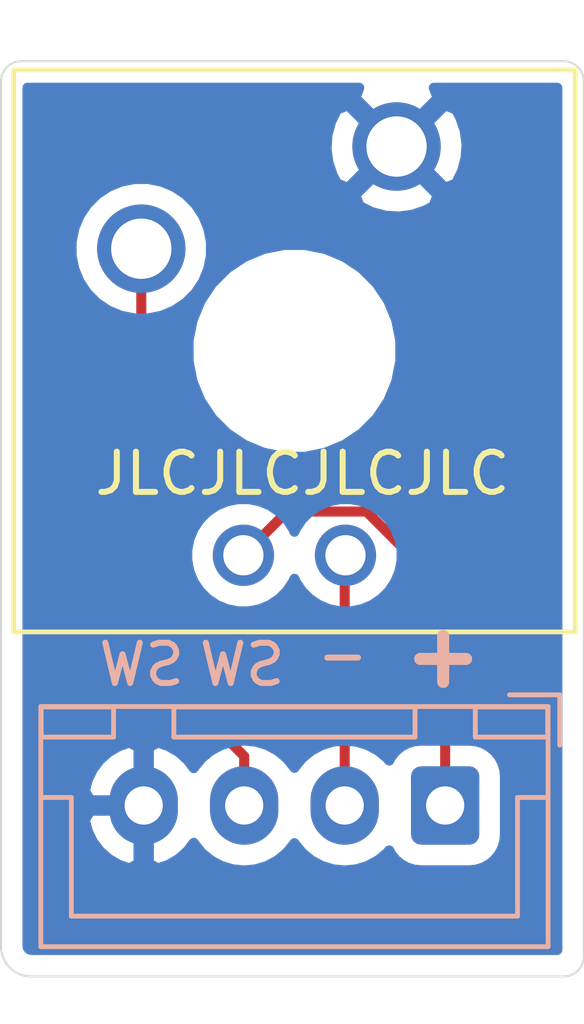
<source format=kicad_pcb>
(kicad_pcb (version 20171130) (host pcbnew "(5.1.5)-3")

  (general
    (thickness 1.6)
    (drawings 13)
    (tracks 11)
    (zones 0)
    (modules 2)
    (nets 5)
  )

  (page A4)
  (layers
    (0 F.Cu signal)
    (31 B.Cu signal)
    (32 B.Adhes user)
    (33 F.Adhes user)
    (34 B.Paste user)
    (35 F.Paste user)
    (36 B.SilkS user)
    (37 F.SilkS user)
    (38 B.Mask user)
    (39 F.Mask user)
    (40 Dwgs.User user)
    (41 Cmts.User user)
    (42 Eco1.User user)
    (43 Eco2.User user)
    (44 Edge.Cuts user)
    (45 Margin user)
    (46 B.CrtYd user)
    (47 F.CrtYd user)
    (48 B.Fab user)
    (49 F.Fab user)
  )

  (setup
    (last_trace_width 0.25)
    (trace_clearance 0.2)
    (zone_clearance 0.508)
    (zone_45_only no)
    (trace_min 0.2)
    (via_size 0.8)
    (via_drill 0.4)
    (via_min_size 0.4)
    (via_min_drill 0.3)
    (uvia_size 0.3)
    (uvia_drill 0.1)
    (uvias_allowed no)
    (uvia_min_size 0.2)
    (uvia_min_drill 0.1)
    (edge_width 0.05)
    (segment_width 0.2)
    (pcb_text_width 0.3)
    (pcb_text_size 1.5 1.5)
    (mod_edge_width 0.12)
    (mod_text_size 1 1)
    (mod_text_width 0.15)
    (pad_size 1.524 1.524)
    (pad_drill 0.762)
    (pad_to_mask_clearance 0.051)
    (solder_mask_min_width 0.25)
    (aux_axis_origin 0 0)
    (visible_elements 7FFFFFFF)
    (pcbplotparams
      (layerselection 0x010fc_ffffffff)
      (usegerberextensions false)
      (usegerberattributes false)
      (usegerberadvancedattributes false)
      (creategerberjobfile false)
      (excludeedgelayer true)
      (linewidth 0.100000)
      (plotframeref false)
      (viasonmask false)
      (mode 1)
      (useauxorigin false)
      (hpglpennumber 1)
      (hpglpenspeed 20)
      (hpglpendiameter 15.000000)
      (psnegative false)
      (psa4output false)
      (plotreference true)
      (plotvalue true)
      (plotinvisibletext false)
      (padsonsilk false)
      (subtractmaskfromsilk false)
      (outputformat 1)
      (mirror false)
      (drillshape 0)
      (scaleselection 1)
      (outputdirectory "gerber/"))
  )

  (net 0 "")
  (net 1 "Net-(J1-Pad1)")
  (net 2 "Net-(J1-Pad2)")
  (net 3 "Net-(J1-Pad3)")
  (net 4 "Net-(J1-Pad4)")

  (net_class Default "This is the default net class."
    (clearance 0.2)
    (trace_width 0.25)
    (via_dia 0.8)
    (via_drill 0.4)
    (uvia_dia 0.3)
    (uvia_drill 0.1)
    (add_net "Net-(J1-Pad1)")
    (add_net "Net-(J1-Pad2)")
    (add_net "Net-(J1-Pad3)")
    (add_net "Net-(J1-Pad4)")
  )

  (module Button_Switch_Keyboard:SW_Cherry_MX_1.00u_Plate_LED (layer F.Cu) (tedit 5FC948FE) (tstamp 5FC94B7B)
    (at 35.840001 27.620001)
    (descr "Cherry MX keyswitch, 1.00u, plate mount, http://cherryamericas.com/wp-content/uploads/2014/12/mx_cat.pdf")
    (tags "Cherry MX keyswitch 1.00u plate")
    (path /5FE952A0)
    (fp_text reference J2 (at -2.54 -2.794) (layer F.SilkS) hide
      (effects (font (size 1 1) (thickness 0.15)))
    )
    (fp_text value Conn_01x04_Male (at -2.54 12.954) (layer F.Fab)
      (effects (font (size 1 1) (thickness 0.15)))
    )
    (fp_text user %R (at -2.54 -2.794) (layer F.Fab)
      (effects (font (size 1 1) (thickness 0.15)))
    )
    (fp_line (start -8.89 -1.27) (end 3.81 -1.27) (layer F.Fab) (width 0.1))
    (fp_line (start 3.81 -1.27) (end 3.81 11.43) (layer F.Fab) (width 0.1))
    (fp_line (start 3.81 11.43) (end -8.89 11.43) (layer F.Fab) (width 0.1))
    (fp_line (start -8.89 11.43) (end -8.89 -1.27) (layer F.Fab) (width 0.1))
    (fp_line (start -9.14 11.68) (end -9.14 -1.52) (layer F.CrtYd) (width 0.05))
    (fp_line (start 4.06 11.68) (end -9.14 11.68) (layer F.CrtYd) (width 0.05))
    (fp_line (start 4.06 -1.52) (end 4.06 11.68) (layer F.CrtYd) (width 0.05))
    (fp_line (start -9.14 -1.52) (end 4.06 -1.52) (layer F.CrtYd) (width 0.05))
    (fp_line (start -9.525 -1.905) (end 4.445 -1.905) (layer F.SilkS) (width 0.12))
    (fp_line (start 4.445 -1.905) (end 4.445 12.065) (layer F.SilkS) (width 0.12))
    (fp_line (start 4.445 12.065) (end -9.525 12.065) (layer F.SilkS) (width 0.12))
    (fp_line (start -9.525 12.065) (end -9.525 -1.905) (layer F.SilkS) (width 0.12))
    (pad 1 thru_hole circle (at 0 0) (size 2.2 2.2) (drill 1.5) (layers *.Cu *.Mask)
      (net 4 "Net-(J1-Pad4)"))
    (pad 2 thru_hole circle (at -6.35 2.54) (size 2.2 2.2) (drill 1.5) (layers *.Cu *.Mask)
      (net 3 "Net-(J1-Pad3)"))
    (pad "" np_thru_hole circle (at -2.54 5.08) (size 4 4) (drill 4) (layers *.Cu *.Mask))
    (pad 3 thru_hole circle (at -1.27 10.16) (size 1.524 1.524) (drill 1) (layers *.Cu *.Mask)
      (net 2 "Net-(J1-Pad2)"))
    (pad 4 thru_hole circle (at -3.81 10.16) (size 1.524 1.524) (drill 1) (layers *.Cu *.Mask)
      (net 1 "Net-(J1-Pad1)"))
    (model ${KISYS3DMOD}/Button_Switch_Keyboard.3dshapes/SW_Cherry_MX_1.00u_Plate.wrl
      (at (xyz 0 0 0))
      (scale (xyz 1 1 1))
      (rotate (xyz 0 0 0))
    )
    (model "${KISYS3DMOD}/Custom.3dshapes/MX  v2.step"
      (offset (xyz 4.8 2.3 5.5))
      (scale (xyz 1 1 1))
      (rotate (xyz -90 0 180))
    )
  )

  (module Connector_JST:JST_XH_B4B-XH-A_1x04_P2.50mm_Vertical (layer B.Cu) (tedit 5C28146C) (tstamp 5FC94B61)
    (at 37.050001 44 180)
    (descr "JST XH series connector, B4B-XH-A (http://www.jst-mfg.com/product/pdf/eng/eXH.pdf), generated with kicad-footprint-generator")
    (tags "connector JST XH vertical")
    (path /5FE8EB56)
    (fp_text reference J1 (at 3.75 3.55) (layer B.SilkS) hide
      (effects (font (size 1 1) (thickness 0.15)) (justify mirror))
    )
    (fp_text value Conn_01x04_Male (at 3.75 -4.6) (layer B.Fab)
      (effects (font (size 1 1) (thickness 0.15)) (justify mirror))
    )
    (fp_line (start -2.45 2.35) (end -2.45 -3.4) (layer B.Fab) (width 0.1))
    (fp_line (start -2.45 -3.4) (end 9.95 -3.4) (layer B.Fab) (width 0.1))
    (fp_line (start 9.95 -3.4) (end 9.95 2.35) (layer B.Fab) (width 0.1))
    (fp_line (start 9.95 2.35) (end -2.45 2.35) (layer B.Fab) (width 0.1))
    (fp_line (start -2.56 2.46) (end -2.56 -3.51) (layer B.SilkS) (width 0.12))
    (fp_line (start -2.56 -3.51) (end 10.06 -3.51) (layer B.SilkS) (width 0.12))
    (fp_line (start 10.06 -3.51) (end 10.06 2.46) (layer B.SilkS) (width 0.12))
    (fp_line (start 10.06 2.46) (end -2.56 2.46) (layer B.SilkS) (width 0.12))
    (fp_line (start -2.95 2.85) (end -2.95 -3.9) (layer B.CrtYd) (width 0.05))
    (fp_line (start -2.95 -3.9) (end 10.45 -3.9) (layer B.CrtYd) (width 0.05))
    (fp_line (start 10.45 -3.9) (end 10.45 2.85) (layer B.CrtYd) (width 0.05))
    (fp_line (start 10.45 2.85) (end -2.95 2.85) (layer B.CrtYd) (width 0.05))
    (fp_line (start -0.625 2.35) (end 0 1.35) (layer B.Fab) (width 0.1))
    (fp_line (start 0 1.35) (end 0.625 2.35) (layer B.Fab) (width 0.1))
    (fp_line (start 0.75 2.45) (end 0.75 1.7) (layer B.SilkS) (width 0.12))
    (fp_line (start 0.75 1.7) (end 6.75 1.7) (layer B.SilkS) (width 0.12))
    (fp_line (start 6.75 1.7) (end 6.75 2.45) (layer B.SilkS) (width 0.12))
    (fp_line (start 6.75 2.45) (end 0.75 2.45) (layer B.SilkS) (width 0.12))
    (fp_line (start -2.55 2.45) (end -2.55 1.7) (layer B.SilkS) (width 0.12))
    (fp_line (start -2.55 1.7) (end -0.75 1.7) (layer B.SilkS) (width 0.12))
    (fp_line (start -0.75 1.7) (end -0.75 2.45) (layer B.SilkS) (width 0.12))
    (fp_line (start -0.75 2.45) (end -2.55 2.45) (layer B.SilkS) (width 0.12))
    (fp_line (start 8.25 2.45) (end 8.25 1.7) (layer B.SilkS) (width 0.12))
    (fp_line (start 8.25 1.7) (end 10.05 1.7) (layer B.SilkS) (width 0.12))
    (fp_line (start 10.05 1.7) (end 10.05 2.45) (layer B.SilkS) (width 0.12))
    (fp_line (start 10.05 2.45) (end 8.25 2.45) (layer B.SilkS) (width 0.12))
    (fp_line (start -2.55 0.2) (end -1.8 0.2) (layer B.SilkS) (width 0.12))
    (fp_line (start -1.8 0.2) (end -1.8 -2.75) (layer B.SilkS) (width 0.12))
    (fp_line (start -1.8 -2.75) (end 3.75 -2.75) (layer B.SilkS) (width 0.12))
    (fp_line (start 10.05 0.2) (end 9.3 0.2) (layer B.SilkS) (width 0.12))
    (fp_line (start 9.3 0.2) (end 9.3 -2.75) (layer B.SilkS) (width 0.12))
    (fp_line (start 9.3 -2.75) (end 3.75 -2.75) (layer B.SilkS) (width 0.12))
    (fp_line (start -1.6 2.75) (end -2.85 2.75) (layer B.SilkS) (width 0.12))
    (fp_line (start -2.85 2.75) (end -2.85 1.5) (layer B.SilkS) (width 0.12))
    (fp_text user %R (at 3.75 -2.7) (layer B.Fab)
      (effects (font (size 1 1) (thickness 0.15)) (justify mirror))
    )
    (pad 1 thru_hole roundrect (at 0 0 180) (size 1.7 1.95) (drill 0.95) (layers *.Cu *.Mask) (roundrect_rratio 0.147059)
      (net 1 "Net-(J1-Pad1)"))
    (pad 2 thru_hole oval (at 2.5 0 180) (size 1.7 1.95) (drill 0.95) (layers *.Cu *.Mask)
      (net 2 "Net-(J1-Pad2)"))
    (pad 3 thru_hole oval (at 5 0 180) (size 1.7 1.95) (drill 0.95) (layers *.Cu *.Mask)
      (net 3 "Net-(J1-Pad3)"))
    (pad 4 thru_hole oval (at 7.5 0 180) (size 1.7 1.95) (drill 0.95) (layers *.Cu *.Mask)
      (net 4 "Net-(J1-Pad4)"))
    (model ${KISYS3DMOD}/Connector_JST.3dshapes/JST_XH_B4B-XH-A_1x04_P2.50mm_Vertical.wrl
      (at (xyz 0 0 0))
      (scale (xyz 1 1 1))
      (rotate (xyz 0 0 0))
    )
  )

  (gr_text JLCJLCJLCJLC (at 33.5 35.75) (layer F.SilkS)
    (effects (font (size 1 1) (thickness 0.15)))
  )
  (gr_line (start 40.5 47.75) (end 40.5 26) (layer Edge.Cuts) (width 0.05) (tstamp 5FC9550A))
  (gr_line (start 26.75 48.25) (end 40 48.25) (layer Edge.Cuts) (width 0.05) (tstamp 5FC95509))
  (gr_line (start 26 26) (end 26 47.5) (layer Edge.Cuts) (width 0.05) (tstamp 5FC95508))
  (gr_line (start 40 25.5) (end 26.5 25.5) (layer Edge.Cuts) (width 0.05) (tstamp 5FC95507))
  (gr_arc (start 26.75 47.5) (end 26 47.5) (angle -90) (layer Edge.Cuts) (width 0.05))
  (gr_arc (start 26.5 26) (end 26.5 25.5) (angle -90) (layer Edge.Cuts) (width 0.05))
  (gr_arc (start 40 26) (end 40.5 26) (angle -90) (layer Edge.Cuts) (width 0.05))
  (gr_arc (start 40 47.75) (end 40 48.25) (angle -90) (layer Edge.Cuts) (width 0.05))
  (gr_text SW (at 29.5 40.5) (layer B.SilkS)
    (effects (font (size 1 1) (thickness 0.15)) (justify mirror))
  )
  (gr_text SW (at 32 40.5) (layer B.SilkS)
    (effects (font (size 1 1) (thickness 0.15)) (justify mirror))
  )
  (gr_text - (at 34.5 40.25) (layer B.SilkS)
    (effects (font (size 1 1) (thickness 0.15)) (justify mirror))
  )
  (gr_text + (at 37 40.25) (layer B.SilkS)
    (effects (font (size 1.5 1.5) (thickness 0.3)))
  )

  (segment (start 32.792 37.018002) (end 32.030001 37.780001) (width 0.25) (layer F.Cu) (net 1))
  (segment (start 35.091762 36.693) (end 33.117002 36.693) (width 0.25) (layer F.Cu) (net 1))
  (segment (start 33.117002 36.693) (end 32.792 37.018002) (width 0.25) (layer F.Cu) (net 1))
  (segment (start 37.050001 38.651239) (end 35.091762 36.693) (width 0.25) (layer F.Cu) (net 1))
  (segment (start 37.050001 44) (end 37.050001 38.651239) (width 0.25) (layer F.Cu) (net 1))
  (segment (start 34.550001 37.800001) (end 34.570001 37.780001) (width 0.25) (layer F.Cu) (net 2))
  (segment (start 34.550001 44) (end 34.550001 37.800001) (width 0.25) (layer F.Cu) (net 2))
  (segment (start 29.490001 31.715635) (end 29.490001 30.160001) (width 0.25) (layer F.Cu) (net 3))
  (segment (start 29.490001 40.215) (end 29.490001 31.715635) (width 0.25) (layer F.Cu) (net 3))
  (segment (start 32.050001 42.775) (end 29.490001 40.215) (width 0.25) (layer F.Cu) (net 3))
  (segment (start 32.050001 44) (end 32.050001 42.775) (width 0.25) (layer F.Cu) (net 3))

  (zone (net 4) (net_name "Net-(J1-Pad4)") (layer B.Cu) (tstamp 5FC95EDC) (hatch edge 0.508)
    (connect_pads (clearance 0.508))
    (min_thickness 0.254)
    (fill yes (arc_segments 32) (thermal_gap 0.508) (thermal_bridge_width 0.508))
    (polygon
      (pts
        (xy 40 47.75) (xy 26.5 47.75) (xy 26.5 26) (xy 40 26)
      )
    )
    (filled_polygon
      (pts
        (xy 34.812894 26.413289) (xy 35.840001 27.440396) (xy 36.867108 26.413289) (xy 36.767653 26.16) (xy 39.840001 26.16)
        (xy 39.84 47.59) (xy 26.782281 47.59) (xy 26.733132 47.585181) (xy 26.716909 47.580283) (xy 26.701945 47.572326)
        (xy 26.688812 47.561615) (xy 26.678011 47.548559) (xy 26.669951 47.533652) (xy 26.664938 47.517459) (xy 26.66 47.470475)
        (xy 26.66 44.359267) (xy 28.083681 44.359267) (xy 28.157559 44.64083) (xy 28.284948 44.90257) (xy 28.460952 45.134429)
        (xy 28.678808 45.327496) (xy 28.930143 45.474352) (xy 29.193111 45.566476) (xy 29.423001 45.445155) (xy 29.423001 44.127)
        (xy 28.223836 44.127) (xy 28.083681 44.359267) (xy 26.66 44.359267) (xy 26.66 43.640733) (xy 28.083681 43.640733)
        (xy 28.223836 43.873) (xy 29.423001 43.873) (xy 29.423001 42.554845) (xy 29.677001 42.554845) (xy 29.677001 43.873)
        (xy 29.697001 43.873) (xy 29.697001 44.127) (xy 29.677001 44.127) (xy 29.677001 45.445155) (xy 29.906891 45.566476)
        (xy 30.169859 45.474352) (xy 30.421194 45.327496) (xy 30.63905 45.134429) (xy 30.795539 44.928278) (xy 30.809295 44.954013)
        (xy 30.994867 45.180134) (xy 31.220987 45.365706) (xy 31.478967 45.503599) (xy 31.75889 45.588513) (xy 32.050001 45.617185)
        (xy 32.341111 45.588513) (xy 32.621034 45.503599) (xy 32.879014 45.365706) (xy 33.105135 45.180134) (xy 33.290707 44.954014)
        (xy 33.300001 44.936626) (xy 33.309295 44.954013) (xy 33.494867 45.180134) (xy 33.720987 45.365706) (xy 33.978967 45.503599)
        (xy 34.25889 45.588513) (xy 34.550001 45.617185) (xy 34.841111 45.588513) (xy 35.121034 45.503599) (xy 35.379014 45.365706)
        (xy 35.605135 45.180134) (xy 35.657224 45.116663) (xy 35.711596 45.218386) (xy 35.822039 45.352962) (xy 35.956615 45.463405)
        (xy 36.110151 45.545472) (xy 36.276747 45.596008) (xy 36.450001 45.613072) (xy 37.650001 45.613072) (xy 37.823255 45.596008)
        (xy 37.989851 45.545472) (xy 38.143387 45.463405) (xy 38.277963 45.352962) (xy 38.388406 45.218386) (xy 38.470473 45.06485)
        (xy 38.521009 44.898254) (xy 38.538073 44.725) (xy 38.538073 43.275) (xy 38.521009 43.101746) (xy 38.470473 42.93515)
        (xy 38.388406 42.781614) (xy 38.277963 42.647038) (xy 38.143387 42.536595) (xy 37.989851 42.454528) (xy 37.823255 42.403992)
        (xy 37.650001 42.386928) (xy 36.450001 42.386928) (xy 36.276747 42.403992) (xy 36.110151 42.454528) (xy 35.956615 42.536595)
        (xy 35.822039 42.647038) (xy 35.711596 42.781614) (xy 35.657224 42.883337) (xy 35.605135 42.819866) (xy 35.379015 42.634294)
        (xy 35.121035 42.496401) (xy 34.841112 42.411487) (xy 34.550001 42.382815) (xy 34.258891 42.411487) (xy 33.978968 42.496401)
        (xy 33.720988 42.634294) (xy 33.494867 42.819866) (xy 33.309295 43.045986) (xy 33.300001 43.063374) (xy 33.290707 43.045986)
        (xy 33.105135 42.819866) (xy 32.879015 42.634294) (xy 32.621035 42.496401) (xy 32.341112 42.411487) (xy 32.050001 42.382815)
        (xy 31.758891 42.411487) (xy 31.478968 42.496401) (xy 31.220988 42.634294) (xy 30.994867 42.819866) (xy 30.809295 43.045986)
        (xy 30.795539 43.071722) (xy 30.63905 42.865571) (xy 30.421194 42.672504) (xy 30.169859 42.525648) (xy 29.906891 42.433524)
        (xy 29.677001 42.554845) (xy 29.423001 42.554845) (xy 29.193111 42.433524) (xy 28.930143 42.525648) (xy 28.678808 42.672504)
        (xy 28.460952 42.865571) (xy 28.284948 43.09743) (xy 28.157559 43.35917) (xy 28.083681 43.640733) (xy 26.66 43.640733)
        (xy 26.66 37.642409) (xy 30.633001 37.642409) (xy 30.633001 37.917593) (xy 30.686687 38.187491) (xy 30.791996 38.441728)
        (xy 30.944881 38.670536) (xy 31.139466 38.865121) (xy 31.368274 39.018006) (xy 31.622511 39.123315) (xy 31.892409 39.177001)
        (xy 32.167593 39.177001) (xy 32.437491 39.123315) (xy 32.691728 39.018006) (xy 32.920536 38.865121) (xy 33.115121 38.670536)
        (xy 33.268006 38.441728) (xy 33.300001 38.364486) (xy 33.331996 38.441728) (xy 33.484881 38.670536) (xy 33.679466 38.865121)
        (xy 33.908274 39.018006) (xy 34.162511 39.123315) (xy 34.432409 39.177001) (xy 34.707593 39.177001) (xy 34.977491 39.123315)
        (xy 35.231728 39.018006) (xy 35.460536 38.865121) (xy 35.655121 38.670536) (xy 35.808006 38.441728) (xy 35.913315 38.187491)
        (xy 35.967001 37.917593) (xy 35.967001 37.642409) (xy 35.913315 37.372511) (xy 35.808006 37.118274) (xy 35.655121 36.889466)
        (xy 35.460536 36.694881) (xy 35.231728 36.541996) (xy 34.977491 36.436687) (xy 34.707593 36.383001) (xy 34.432409 36.383001)
        (xy 34.162511 36.436687) (xy 33.908274 36.541996) (xy 33.679466 36.694881) (xy 33.484881 36.889466) (xy 33.331996 37.118274)
        (xy 33.300001 37.195516) (xy 33.268006 37.118274) (xy 33.115121 36.889466) (xy 32.920536 36.694881) (xy 32.691728 36.541996)
        (xy 32.437491 36.436687) (xy 32.167593 36.383001) (xy 31.892409 36.383001) (xy 31.622511 36.436687) (xy 31.368274 36.541996)
        (xy 31.139466 36.694881) (xy 30.944881 36.889466) (xy 30.791996 37.118274) (xy 30.686687 37.372511) (xy 30.633001 37.642409)
        (xy 26.66 37.642409) (xy 26.66 32.440476) (xy 30.665001 32.440476) (xy 30.665001 32.959526) (xy 30.766262 33.468602)
        (xy 30.964894 33.948142) (xy 31.253263 34.379716) (xy 31.620286 34.746739) (xy 32.05186 35.035108) (xy 32.5314 35.23374)
        (xy 33.040476 35.335001) (xy 33.559526 35.335001) (xy 34.068602 35.23374) (xy 34.548142 35.035108) (xy 34.979716 34.746739)
        (xy 35.346739 34.379716) (xy 35.635108 33.948142) (xy 35.83374 33.468602) (xy 35.935001 32.959526) (xy 35.935001 32.440476)
        (xy 35.83374 31.9314) (xy 35.635108 31.45186) (xy 35.346739 31.020286) (xy 34.979716 30.653263) (xy 34.548142 30.364894)
        (xy 34.068602 30.166262) (xy 33.559526 30.065001) (xy 33.040476 30.065001) (xy 32.5314 30.166262) (xy 32.05186 30.364894)
        (xy 31.620286 30.653263) (xy 31.253263 31.020286) (xy 30.964894 31.45186) (xy 30.766262 31.9314) (xy 30.665001 32.440476)
        (xy 26.66 32.440476) (xy 26.66 29.989118) (xy 27.755001 29.989118) (xy 27.755001 30.330884) (xy 27.821676 30.666082)
        (xy 27.952464 30.981832) (xy 28.142338 31.265999) (xy 28.384003 31.507664) (xy 28.66817 31.697538) (xy 28.98392 31.828326)
        (xy 29.319118 31.895001) (xy 29.660884 31.895001) (xy 29.996082 31.828326) (xy 30.311832 31.697538) (xy 30.595999 31.507664)
        (xy 30.837664 31.265999) (xy 31.027538 30.981832) (xy 31.158326 30.666082) (xy 31.225001 30.330884) (xy 31.225001 29.989118)
        (xy 31.158326 29.65392) (xy 31.027538 29.33817) (xy 30.837664 29.054003) (xy 30.610374 28.826713) (xy 34.812894 28.826713)
        (xy 34.920727 29.101339) (xy 35.227385 29.252217) (xy 35.557586 29.34037) (xy 35.89864 29.36241) (xy 36.23744 29.31749)
        (xy 36.560967 29.207337) (xy 36.759275 29.101339) (xy 36.867108 28.826713) (xy 35.840001 27.799606) (xy 34.812894 28.826713)
        (xy 30.610374 28.826713) (xy 30.595999 28.812338) (xy 30.311832 28.622464) (xy 29.996082 28.491676) (xy 29.660884 28.425001)
        (xy 29.319118 28.425001) (xy 28.98392 28.491676) (xy 28.66817 28.622464) (xy 28.384003 28.812338) (xy 28.142338 29.054003)
        (xy 27.952464 29.33817) (xy 27.821676 29.65392) (xy 27.755001 29.989118) (xy 26.66 29.989118) (xy 26.66 27.67864)
        (xy 34.097592 27.67864) (xy 34.142512 28.01744) (xy 34.252665 28.340967) (xy 34.358663 28.539275) (xy 34.633289 28.647108)
        (xy 35.660396 27.620001) (xy 36.019606 27.620001) (xy 37.046713 28.647108) (xy 37.321339 28.539275) (xy 37.472217 28.232617)
        (xy 37.56037 27.902416) (xy 37.58241 27.561362) (xy 37.53749 27.222562) (xy 37.427337 26.899035) (xy 37.321339 26.700727)
        (xy 37.046713 26.592894) (xy 36.019606 27.620001) (xy 35.660396 27.620001) (xy 34.633289 26.592894) (xy 34.358663 26.700727)
        (xy 34.207785 27.007385) (xy 34.119632 27.337586) (xy 34.097592 27.67864) (xy 26.66 27.67864) (xy 26.66 26.16)
        (xy 34.912349 26.16)
      )
    )
  )
)

</source>
